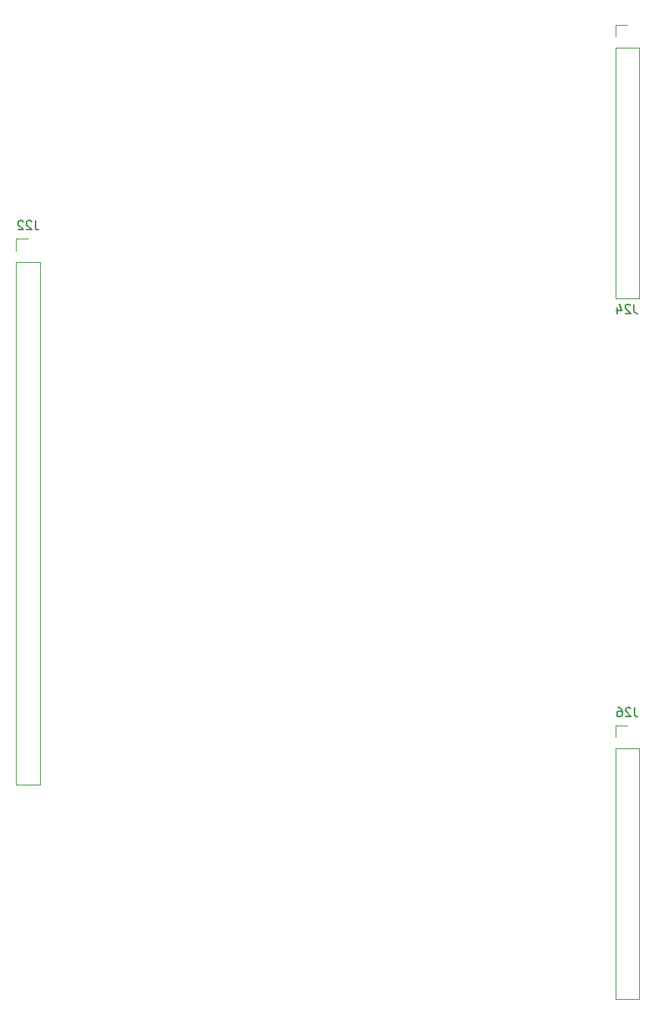
<source format=gbr>
%TF.GenerationSoftware,KiCad,Pcbnew,7.0.1-0*%
%TF.CreationDate,2024-01-08T18:45:34+13:00*%
%TF.ProjectId,MOL-control,4d4f4c2d-636f-46e7-9472-6f6c2e6b6963,001*%
%TF.SameCoordinates,Original*%
%TF.FileFunction,Legend,Bot*%
%TF.FilePolarity,Positive*%
%FSLAX46Y46*%
G04 Gerber Fmt 4.6, Leading zero omitted, Abs format (unit mm)*
G04 Created by KiCad (PCBNEW 7.0.1-0) date 2024-01-08 18:45:34*
%MOMM*%
%LPD*%
G01*
G04 APERTURE LIST*
%ADD10C,0.150000*%
%ADD11C,0.120000*%
G04 APERTURE END LIST*
D10*
%TO.C,J24*%
X175859523Y-66912619D02*
X175859523Y-67626904D01*
X175859523Y-67626904D02*
X175907142Y-67769761D01*
X175907142Y-67769761D02*
X176002380Y-67865000D01*
X176002380Y-67865000D02*
X176145237Y-67912619D01*
X176145237Y-67912619D02*
X176240475Y-67912619D01*
X175430951Y-67007857D02*
X175383332Y-66960238D01*
X175383332Y-66960238D02*
X175288094Y-66912619D01*
X175288094Y-66912619D02*
X175049999Y-66912619D01*
X175049999Y-66912619D02*
X174954761Y-66960238D01*
X174954761Y-66960238D02*
X174907142Y-67007857D01*
X174907142Y-67007857D02*
X174859523Y-67103095D01*
X174859523Y-67103095D02*
X174859523Y-67198333D01*
X174859523Y-67198333D02*
X174907142Y-67341190D01*
X174907142Y-67341190D02*
X175478570Y-67912619D01*
X175478570Y-67912619D02*
X174859523Y-67912619D01*
X174002380Y-67245952D02*
X174002380Y-67912619D01*
X174240475Y-66865000D02*
X174478570Y-67579285D01*
X174478570Y-67579285D02*
X173859523Y-67579285D01*
%TO.C,J26*%
X175909523Y-112002619D02*
X175909523Y-112716904D01*
X175909523Y-112716904D02*
X175957142Y-112859761D01*
X175957142Y-112859761D02*
X176052380Y-112955000D01*
X176052380Y-112955000D02*
X176195237Y-113002619D01*
X176195237Y-113002619D02*
X176290475Y-113002619D01*
X175480951Y-112097857D02*
X175433332Y-112050238D01*
X175433332Y-112050238D02*
X175338094Y-112002619D01*
X175338094Y-112002619D02*
X175099999Y-112002619D01*
X175099999Y-112002619D02*
X175004761Y-112050238D01*
X175004761Y-112050238D02*
X174957142Y-112097857D01*
X174957142Y-112097857D02*
X174909523Y-112193095D01*
X174909523Y-112193095D02*
X174909523Y-112288333D01*
X174909523Y-112288333D02*
X174957142Y-112431190D01*
X174957142Y-112431190D02*
X175528570Y-113002619D01*
X175528570Y-113002619D02*
X174909523Y-113002619D01*
X174052380Y-112002619D02*
X174242856Y-112002619D01*
X174242856Y-112002619D02*
X174338094Y-112050238D01*
X174338094Y-112050238D02*
X174385713Y-112097857D01*
X174385713Y-112097857D02*
X174480951Y-112240714D01*
X174480951Y-112240714D02*
X174528570Y-112431190D01*
X174528570Y-112431190D02*
X174528570Y-112812142D01*
X174528570Y-112812142D02*
X174480951Y-112907380D01*
X174480951Y-112907380D02*
X174433332Y-112955000D01*
X174433332Y-112955000D02*
X174338094Y-113002619D01*
X174338094Y-113002619D02*
X174147618Y-113002619D01*
X174147618Y-113002619D02*
X174052380Y-112955000D01*
X174052380Y-112955000D02*
X174004761Y-112907380D01*
X174004761Y-112907380D02*
X173957142Y-112812142D01*
X173957142Y-112812142D02*
X173957142Y-112574047D01*
X173957142Y-112574047D02*
X174004761Y-112478809D01*
X174004761Y-112478809D02*
X174052380Y-112431190D01*
X174052380Y-112431190D02*
X174147618Y-112383571D01*
X174147618Y-112383571D02*
X174338094Y-112383571D01*
X174338094Y-112383571D02*
X174433332Y-112431190D01*
X174433332Y-112431190D02*
X174480951Y-112478809D01*
X174480951Y-112478809D02*
X174528570Y-112574047D01*
%TO.C,J22*%
X108909523Y-57572619D02*
X108909523Y-58286904D01*
X108909523Y-58286904D02*
X108957142Y-58429761D01*
X108957142Y-58429761D02*
X109052380Y-58525000D01*
X109052380Y-58525000D02*
X109195237Y-58572619D01*
X109195237Y-58572619D02*
X109290475Y-58572619D01*
X108480951Y-57667857D02*
X108433332Y-57620238D01*
X108433332Y-57620238D02*
X108338094Y-57572619D01*
X108338094Y-57572619D02*
X108099999Y-57572619D01*
X108099999Y-57572619D02*
X108004761Y-57620238D01*
X108004761Y-57620238D02*
X107957142Y-57667857D01*
X107957142Y-57667857D02*
X107909523Y-57763095D01*
X107909523Y-57763095D02*
X107909523Y-57858333D01*
X107909523Y-57858333D02*
X107957142Y-58001190D01*
X107957142Y-58001190D02*
X108528570Y-58572619D01*
X108528570Y-58572619D02*
X107909523Y-58572619D01*
X107528570Y-57667857D02*
X107480951Y-57620238D01*
X107480951Y-57620238D02*
X107385713Y-57572619D01*
X107385713Y-57572619D02*
X107147618Y-57572619D01*
X107147618Y-57572619D02*
X107052380Y-57620238D01*
X107052380Y-57620238D02*
X107004761Y-57667857D01*
X107004761Y-57667857D02*
X106957142Y-57763095D01*
X106957142Y-57763095D02*
X106957142Y-57858333D01*
X106957142Y-57858333D02*
X107004761Y-58001190D01*
X107004761Y-58001190D02*
X107576189Y-58572619D01*
X107576189Y-58572619D02*
X106957142Y-58572619D01*
D11*
%TO.C,J24*%
X176430000Y-66270000D02*
X173770000Y-66270000D01*
X176430000Y-38270000D02*
X176430000Y-66270000D01*
X176430000Y-38270000D02*
X173770000Y-38270000D01*
X175100000Y-35670000D02*
X173770000Y-35670000D01*
X173770000Y-38270000D02*
X173770000Y-66270000D01*
X173770000Y-35670000D02*
X173770000Y-37000000D01*
%TO.C,J26*%
X176430000Y-144580000D02*
X173770000Y-144580000D01*
X176430000Y-116580000D02*
X176430000Y-144580000D01*
X176430000Y-116580000D02*
X173770000Y-116580000D01*
X175100000Y-113980000D02*
X173770000Y-113980000D01*
X173770000Y-116580000D02*
X173770000Y-144580000D01*
X173770000Y-113980000D02*
X173770000Y-115310000D01*
%TO.C,J22*%
X109430000Y-120630000D02*
X106770000Y-120630000D01*
X109430000Y-62150000D02*
X109430000Y-120630000D01*
X109430000Y-62150000D02*
X106770000Y-62150000D01*
X108100000Y-59550000D02*
X106770000Y-59550000D01*
X106770000Y-62150000D02*
X106770000Y-120630000D01*
X106770000Y-59550000D02*
X106770000Y-60880000D01*
%TD*%
M02*

</source>
